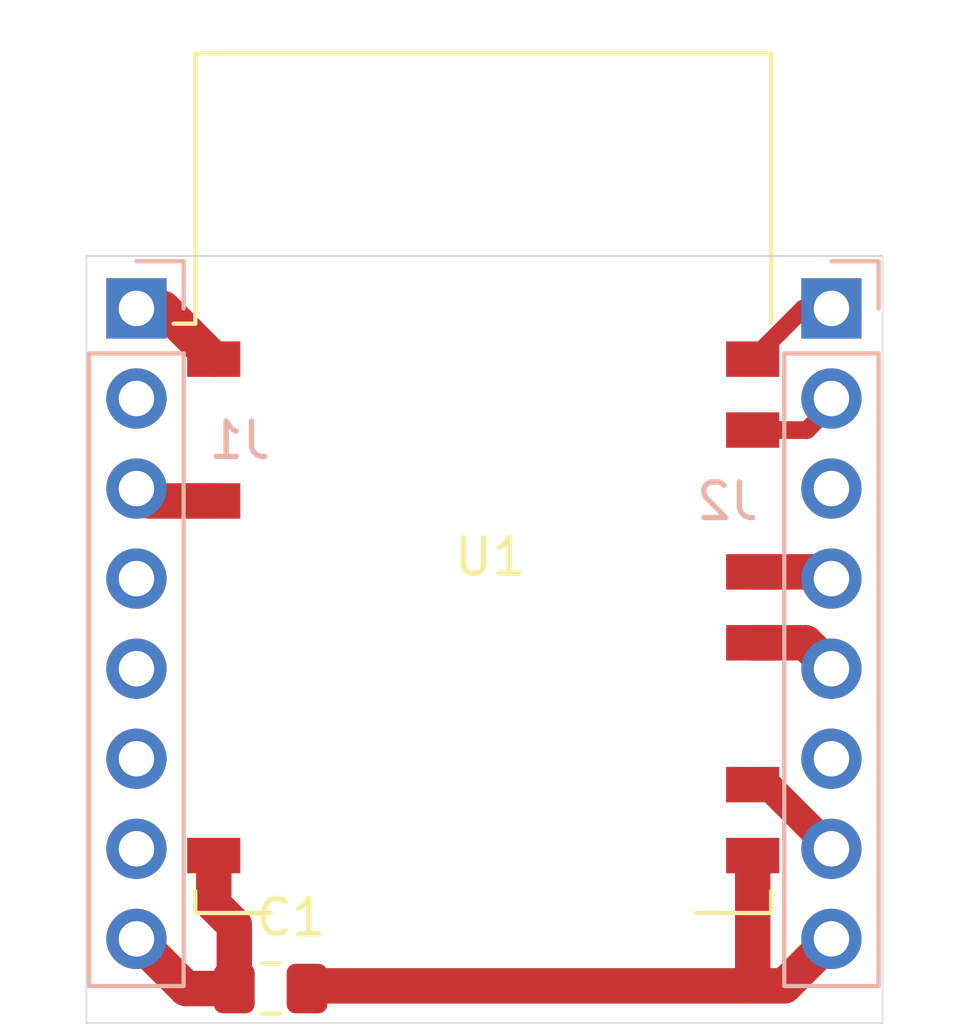
<source format=kicad_pcb>
(kicad_pcb (version 20171130) (host pcbnew 5.1.6-c6e7f7d~86~ubuntu20.04.1)

  (general
    (thickness 1.6)
    (drawings 6)
    (tracks 25)
    (zones 0)
    (modules 4)
    (nets 10)
  )

  (page A4)
  (layers
    (0 F.Cu signal)
    (31 B.Cu signal)
    (32 B.Adhes user)
    (33 F.Adhes user)
    (34 B.Paste user)
    (35 F.Paste user)
    (36 B.SilkS user)
    (37 F.SilkS user)
    (38 B.Mask user)
    (39 F.Mask user)
    (40 Dwgs.User user)
    (41 Cmts.User user)
    (42 Eco1.User user hide)
    (43 Eco2.User user)
    (44 Edge.Cuts user)
    (45 Margin user)
    (46 B.CrtYd user)
    (47 F.CrtYd user)
    (48 B.Fab user)
    (49 F.Fab user)
  )

  (setup
    (last_trace_width 0.5)
    (trace_clearance 0.3)
    (zone_clearance 0.508)
    (zone_45_only no)
    (trace_min 0.2)
    (via_size 0.8)
    (via_drill 0.4)
    (via_min_size 0.4)
    (via_min_drill 0.3)
    (uvia_size 0.3)
    (uvia_drill 0.1)
    (uvias_allowed no)
    (uvia_min_size 0.2)
    (uvia_min_drill 0.1)
    (edge_width 0.05)
    (segment_width 0.2)
    (pcb_text_width 0.3)
    (pcb_text_size 1.5 1.5)
    (mod_edge_width 0.12)
    (mod_text_size 1 1)
    (mod_text_width 0.15)
    (pad_size 1.524 1.524)
    (pad_drill 0.762)
    (pad_to_mask_clearance 0.05)
    (aux_axis_origin 0 0)
    (visible_elements FFFFFF7F)
    (pcbplotparams
      (layerselection 0x01000_7fffffff)
      (usegerberextensions false)
      (usegerberattributes true)
      (usegerberadvancedattributes true)
      (creategerberjobfile true)
      (excludeedgelayer false)
      (linewidth 0.100000)
      (plotframeref false)
      (viasonmask false)
      (mode 1)
      (useauxorigin false)
      (hpglpennumber 1)
      (hpglpenspeed 20)
      (hpglpendiameter 15.000000)
      (psnegative true)
      (psa4output false)
      (plotreference true)
      (plotvalue true)
      (plotinvisibletext false)
      (padsonsilk false)
      (subtractmaskfromsilk false)
      (outputformat 5)
      (mirror true)
      (drillshape 2)
      (scaleselection 1)
      (outputdirectory "print/"))
  )

  (net 0 "")
  (net 1 3v3)
  (net 2 GND)
  (net 3 RST)
  (net 4 EN)
  (net 5 16)
  (net 6 IO1)
  (net 7 IO2)
  (net 8 TX)
  (net 9 RX)

  (net_class Default "This is the default net class."
    (clearance 0.3)
    (trace_width 0.5)
    (via_dia 0.8)
    (via_drill 0.4)
    (uvia_dia 0.3)
    (uvia_drill 0.1)
    (add_net 16)
    (add_net 3v3)
    (add_net EN)
    (add_net GND)
    (add_net IO1)
    (add_net IO2)
    (add_net RST)
    (add_net RX)
    (add_net TX)
  )

  (module mks_wifi:ESP-12E_MKS (layer F.Cu) (tedit 5ED629C6) (tstamp 5ED6881B)
    (at 173.75 54.88)
    (descr "Wi-Fi Module, http://wiki.ai-thinker.com/_media/esp8266/docs/aithinker_esp_12f_datasheet_en.pdf")
    (tags "Wi-Fi Module")
    (path /5ED61A1C)
    (attr smd)
    (fp_text reference U1 (at 0.2 2.08) (layer F.SilkS)
      (effects (font (size 1 1) (thickness 0.15)))
    )
    (fp_text value ESP-12F (at -0.06 -12.78) (layer F.Fab)
      (effects (font (size 1 1) (thickness 0.15)))
    )
    (fp_line (start 5.56 -4.8) (end 8.12 -7.36) (layer Dwgs.User) (width 0.12))
    (fp_line (start 2.56 -4.8) (end 8.12 -10.36) (layer Dwgs.User) (width 0.12))
    (fp_line (start -0.44 -4.8) (end 6.88 -12.12) (layer Dwgs.User) (width 0.12))
    (fp_line (start -3.44 -4.8) (end 3.88 -12.12) (layer Dwgs.User) (width 0.12))
    (fp_line (start -6.44 -4.8) (end 0.88 -12.12) (layer Dwgs.User) (width 0.12))
    (fp_line (start -8.12 -6.12) (end -2.12 -12.12) (layer Dwgs.User) (width 0.12))
    (fp_line (start -8.12 -9.12) (end -5.12 -12.12) (layer Dwgs.User) (width 0.12))
    (fp_line (start -8.12 -4.8) (end -8.12 -12.12) (layer Dwgs.User) (width 0.12))
    (fp_line (start 8.12 -4.8) (end -8.12 -4.8) (layer Dwgs.User) (width 0.12))
    (fp_line (start 8.12 -12.12) (end 8.12 -4.8) (layer Dwgs.User) (width 0.12))
    (fp_line (start -8.12 -12.12) (end 8.12 -12.12) (layer Dwgs.User) (width 0.12))
    (fp_line (start -8.12 -4.5) (end -8.73 -4.5) (layer F.SilkS) (width 0.12))
    (fp_line (start -8.12 -4.5) (end -8.12 -12.12) (layer F.SilkS) (width 0.12))
    (fp_line (start -8.12 12.12) (end -8.12 11.5) (layer F.SilkS) (width 0.12))
    (fp_line (start -6 12.12) (end -8.12 12.12) (layer F.SilkS) (width 0.12))
    (fp_line (start 8.12 12.12) (end 6 12.12) (layer F.SilkS) (width 0.12))
    (fp_line (start 8.12 11.5) (end 8.12 12.12) (layer F.SilkS) (width 0.12))
    (fp_line (start 8.12 -12.12) (end 8.12 -4.5) (layer F.SilkS) (width 0.12))
    (fp_line (start -8.12 -12.12) (end 8.12 -12.12) (layer F.SilkS) (width 0.12))
    (fp_line (start -9.05 13.1) (end -9.05 -12.2) (layer F.CrtYd) (width 0.05))
    (fp_line (start 9.05 13.1) (end -9.05 13.1) (layer F.CrtYd) (width 0.05))
    (fp_line (start 9.05 -12.2) (end 9.05 13.1) (layer F.CrtYd) (width 0.05))
    (fp_line (start -9.05 -12.2) (end 9.05 -12.2) (layer F.CrtYd) (width 0.05))
    (fp_line (start -8 -4) (end -8 -12) (layer F.Fab) (width 0.12))
    (fp_line (start -7.5 -3.5) (end -8 -4) (layer F.Fab) (width 0.12))
    (fp_line (start -8 -3) (end -7.5 -3.5) (layer F.Fab) (width 0.12))
    (fp_line (start -8 12) (end -8 -3) (layer F.Fab) (width 0.12))
    (fp_line (start 8 12) (end -8 12) (layer F.Fab) (width 0.12))
    (fp_line (start 8 -12) (end 8 12) (layer F.Fab) (width 0.12))
    (fp_line (start -8 -12) (end 8 -12) (layer F.Fab) (width 0.12))
    (fp_text user %R (at 0.49 -0.8) (layer F.Fab)
      (effects (font (size 1 1) (thickness 0.15)))
    )
    (fp_text user "KEEP-OUT ZONE" (at 0.03 -9.55 180) (layer Cmts.User)
      (effects (font (size 1 1) (thickness 0.15)))
    )
    (fp_text user Antenna (at -0.06 -7 180) (layer Cmts.User)
      (effects (font (size 1 1) (thickness 0.15)))
    )
    (pad 22 smd rect (at 7.6 -3.5) (size 1.5 1) (layers F.Cu F.Paste F.Mask)
      (net 8 TX))
    (pad 21 smd rect (at 7.6 -1.5) (size 1.5 1) (layers F.Cu F.Paste F.Mask)
      (net 9 RX))
    (pad 19 smd rect (at 7.6 2.5) (size 1.5 1) (layers F.Cu F.Paste F.Mask)
      (net 7 IO2))
    (pad 18 smd rect (at 7.6 4.5) (size 1.5 1) (layers F.Cu F.Paste F.Mask)
      (net 6 IO1))
    (pad 16 smd rect (at 7.6 8.5) (size 1.5 1) (layers F.Cu F.Paste F.Mask)
      (net 5 16))
    (pad 15 smd rect (at 7.6 10.5) (size 1.5 1) (layers F.Cu F.Paste F.Mask)
      (net 2 GND))
    (pad 8 smd rect (at -7.6 10.5) (size 1.5 1) (layers F.Cu F.Paste F.Mask)
      (net 1 3v3))
    (pad 3 smd rect (at -7.6 0.5) (size 1.5 1) (layers F.Cu F.Paste F.Mask)
      (net 4 EN))
    (pad 1 smd rect (at -7.6 -3.5) (size 1.5 1) (layers F.Cu F.Paste F.Mask)
      (net 3 RST))
    (model ${KISYS3DMOD}/RF_Module.3dshapes/ESP-12E.wrl
      (at (xyz 0 0 0))
      (scale (xyz 1 1 1))
      (rotate (xyz 0 0 0))
    )
  )

  (module Capacitor_SMD:C_0805_2012Metric_Pad1.15x1.40mm_HandSolder (layer F.Cu) (tedit 5B36C52B) (tstamp 5ED6758F)
    (at 167.755 69.13)
    (descr "Capacitor SMD 0805 (2012 Metric), square (rectangular) end terminal, IPC_7351 nominal with elongated pad for handsoldering. (Body size source: https://docs.google.com/spreadsheets/d/1BsfQQcO9C6DZCsRaXUlFlo91Tg2WpOkGARC1WS5S8t0/edit?usp=sharing), generated with kicad-footprint-generator")
    (tags "capacitor handsolder")
    (path /5ED65BBB)
    (attr smd)
    (fp_text reference C1 (at 0.575 -2) (layer F.SilkS)
      (effects (font (size 1 1) (thickness 0.15)))
    )
    (fp_text value C_Small (at 2.675 -2.89) (layer F.Fab)
      (effects (font (size 1 1) (thickness 0.15)))
    )
    (fp_line (start 1.85 0.95) (end -1.85 0.95) (layer F.CrtYd) (width 0.05))
    (fp_line (start 1.85 -0.95) (end 1.85 0.95) (layer F.CrtYd) (width 0.05))
    (fp_line (start -1.85 -0.95) (end 1.85 -0.95) (layer F.CrtYd) (width 0.05))
    (fp_line (start -1.85 0.95) (end -1.85 -0.95) (layer F.CrtYd) (width 0.05))
    (fp_line (start -0.261252 0.71) (end 0.261252 0.71) (layer F.SilkS) (width 0.12))
    (fp_line (start -0.261252 -0.71) (end 0.261252 -0.71) (layer F.SilkS) (width 0.12))
    (fp_line (start 1 0.6) (end -1 0.6) (layer F.Fab) (width 0.1))
    (fp_line (start 1 -0.6) (end 1 0.6) (layer F.Fab) (width 0.1))
    (fp_line (start -1 -0.6) (end 1 -0.6) (layer F.Fab) (width 0.1))
    (fp_line (start -1 0.6) (end -1 -0.6) (layer F.Fab) (width 0.1))
    (fp_text user %R (at 0 0) (layer F.Fab)
      (effects (font (size 0.5 0.5) (thickness 0.08)))
    )
    (pad 1 smd roundrect (at -1.025 0) (size 1.15 1.4) (layers F.Cu F.Paste F.Mask) (roundrect_rratio 0.217391)
      (net 1 3v3))
    (pad 2 smd roundrect (at 1.025 0) (size 1.15 1.4) (layers F.Cu F.Paste F.Mask) (roundrect_rratio 0.217391)
      (net 2 GND))
    (model ${KISYS3DMOD}/Capacitor_SMD.3dshapes/C_0805_2012Metric.wrl
      (at (xyz 0 0 0))
      (scale (xyz 1 1 1))
      (rotate (xyz 0 0 0))
    )
  )

  (module Connector_PinHeader_2.54mm:PinHeader_1x08_P2.54mm_Vertical (layer B.Cu) (tedit 59FED5CC) (tstamp 5ED67B75)
    (at 163.97 49.95 180)
    (descr "Through hole straight pin header, 1x08, 2.54mm pitch, single row")
    (tags "Through hole pin header THT 1x08 2.54mm single row")
    (path /5ED62622)
    (fp_text reference J1 (at -2.91 -3.72) (layer B.SilkS)
      (effects (font (size 1 1) (thickness 0.15)) (justify mirror))
    )
    (fp_text value Conn_01x08 (at 3 -8.14 90) (layer B.Fab)
      (effects (font (size 1 1) (thickness 0.15)) (justify mirror))
    )
    (fp_line (start 1.8 1.8) (end -1.8 1.8) (layer B.CrtYd) (width 0.05))
    (fp_line (start 1.8 -19.55) (end 1.8 1.8) (layer B.CrtYd) (width 0.05))
    (fp_line (start -1.8 -19.55) (end 1.8 -19.55) (layer B.CrtYd) (width 0.05))
    (fp_line (start -1.8 1.8) (end -1.8 -19.55) (layer B.CrtYd) (width 0.05))
    (fp_line (start -1.33 1.33) (end 0 1.33) (layer B.SilkS) (width 0.12))
    (fp_line (start -1.33 0) (end -1.33 1.33) (layer B.SilkS) (width 0.12))
    (fp_line (start -1.33 -1.27) (end 1.33 -1.27) (layer B.SilkS) (width 0.12))
    (fp_line (start 1.33 -1.27) (end 1.33 -19.11) (layer B.SilkS) (width 0.12))
    (fp_line (start -1.33 -1.27) (end -1.33 -19.11) (layer B.SilkS) (width 0.12))
    (fp_line (start -1.33 -19.11) (end 1.33 -19.11) (layer B.SilkS) (width 0.12))
    (fp_line (start -1.27 0.635) (end -0.635 1.27) (layer B.Fab) (width 0.1))
    (fp_line (start -1.27 -19.05) (end -1.27 0.635) (layer B.Fab) (width 0.1))
    (fp_line (start 1.27 -19.05) (end -1.27 -19.05) (layer B.Fab) (width 0.1))
    (fp_line (start 1.27 1.27) (end 1.27 -19.05) (layer B.Fab) (width 0.1))
    (fp_line (start -0.635 1.27) (end 1.27 1.27) (layer B.Fab) (width 0.1))
    (fp_text user %R (at 0 -8.89 270) (layer B.Fab)
      (effects (font (size 1 1) (thickness 0.15)) (justify mirror))
    )
    (pad 1 thru_hole rect (at 0 0 180) (size 1.7 1.7) (drill 1) (layers *.Cu *.Mask)
      (net 3 RST))
    (pad 2 thru_hole oval (at 0 -2.54 180) (size 1.7 1.7) (drill 1) (layers *.Cu *.Mask))
    (pad 3 thru_hole oval (at 0 -5.08 180) (size 1.7 1.7) (drill 1) (layers *.Cu *.Mask)
      (net 4 EN))
    (pad 4 thru_hole oval (at 0 -7.62 180) (size 1.7 1.7) (drill 1) (layers *.Cu *.Mask))
    (pad 5 thru_hole oval (at 0 -10.16 180) (size 1.7 1.7) (drill 1) (layers *.Cu *.Mask))
    (pad 6 thru_hole oval (at 0 -12.7 180) (size 1.7 1.7) (drill 1) (layers *.Cu *.Mask))
    (pad 7 thru_hole oval (at 0 -15.24 180) (size 1.7 1.7) (drill 1) (layers *.Cu *.Mask))
    (pad 8 thru_hole oval (at 0 -17.78 180) (size 1.7 1.7) (drill 1) (layers *.Cu *.Mask)
      (net 1 3v3))
    (model ${KISYS3DMOD}/Connector_PinHeader_2.54mm.3dshapes/PinHeader_1x08_P2.54mm_Vertical.wrl
      (at (xyz 0 0 0))
      (scale (xyz 1 1 1))
      (rotate (xyz 0 0 0))
    )
  )

  (module Connector_PinHeader_2.54mm:PinHeader_1x08_P2.54mm_Vertical (layer B.Cu) (tedit 59FED5CC) (tstamp 5ED675C7)
    (at 183.57 49.95 180)
    (descr "Through hole straight pin header, 1x08, 2.54mm pitch, single row")
    (tags "Through hole pin header THT 1x08 2.54mm single row")
    (path /5ED6343A)
    (fp_text reference J2 (at 2.93 -5.44) (layer B.SilkS)
      (effects (font (size 1 1) (thickness 0.15)) (justify mirror))
    )
    (fp_text value Conn_01x08 (at -3.08 -8.31 90) (layer B.Fab)
      (effects (font (size 1 1) (thickness 0.15)) (justify mirror))
    )
    (fp_line (start -0.635 1.27) (end 1.27 1.27) (layer B.Fab) (width 0.1))
    (fp_line (start 1.27 1.27) (end 1.27 -19.05) (layer B.Fab) (width 0.1))
    (fp_line (start 1.27 -19.05) (end -1.27 -19.05) (layer B.Fab) (width 0.1))
    (fp_line (start -1.27 -19.05) (end -1.27 0.635) (layer B.Fab) (width 0.1))
    (fp_line (start -1.27 0.635) (end -0.635 1.27) (layer B.Fab) (width 0.1))
    (fp_line (start -1.33 -19.11) (end 1.33 -19.11) (layer B.SilkS) (width 0.12))
    (fp_line (start -1.33 -1.27) (end -1.33 -19.11) (layer B.SilkS) (width 0.12))
    (fp_line (start 1.33 -1.27) (end 1.33 -19.11) (layer B.SilkS) (width 0.12))
    (fp_line (start -1.33 -1.27) (end 1.33 -1.27) (layer B.SilkS) (width 0.12))
    (fp_line (start -1.33 0) (end -1.33 1.33) (layer B.SilkS) (width 0.12))
    (fp_line (start -1.33 1.33) (end 0 1.33) (layer B.SilkS) (width 0.12))
    (fp_line (start -1.8 1.8) (end -1.8 -19.55) (layer B.CrtYd) (width 0.05))
    (fp_line (start -1.8 -19.55) (end 1.8 -19.55) (layer B.CrtYd) (width 0.05))
    (fp_line (start 1.8 -19.55) (end 1.8 1.8) (layer B.CrtYd) (width 0.05))
    (fp_line (start 1.8 1.8) (end -1.8 1.8) (layer B.CrtYd) (width 0.05))
    (fp_text user %R (at 0 -8.89 270) (layer B.Fab)
      (effects (font (size 1 1) (thickness 0.15)) (justify mirror))
    )
    (pad 8 thru_hole oval (at 0 -17.78 180) (size 1.7 1.7) (drill 1) (layers *.Cu *.Mask)
      (net 2 GND))
    (pad 7 thru_hole oval (at 0 -15.24 180) (size 1.7 1.7) (drill 1) (layers *.Cu *.Mask)
      (net 5 16))
    (pad 6 thru_hole oval (at 0 -12.7 180) (size 1.7 1.7) (drill 1) (layers *.Cu *.Mask))
    (pad 5 thru_hole oval (at 0 -10.16 180) (size 1.7 1.7) (drill 1) (layers *.Cu *.Mask)
      (net 6 IO1))
    (pad 4 thru_hole oval (at 0 -7.62 180) (size 1.7 1.7) (drill 1) (layers *.Cu *.Mask)
      (net 7 IO2))
    (pad 3 thru_hole oval (at 0 -5.08 180) (size 1.7 1.7) (drill 1) (layers *.Cu *.Mask))
    (pad 2 thru_hole oval (at 0 -2.54 180) (size 1.7 1.7) (drill 1) (layers *.Cu *.Mask)
      (net 9 RX))
    (pad 1 thru_hole rect (at 0 0 180) (size 1.7 1.7) (drill 1) (layers *.Cu *.Mask)
      (net 8 TX))
    (model ${KISYS3DMOD}/Connector_PinHeader_2.54mm.3dshapes/PinHeader_1x08_P2.54mm_Vertical.wrl
      (at (xyz 0 0 0))
      (scale (xyz 1 1 1))
      (rotate (xyz 0 0 0))
    )
  )

  (gr_line (start 185.01 70.11) (end 162.56 70.11) (layer Edge.Cuts) (width 0.05) (tstamp 5ED68D97))
  (gr_line (start 185.01 48.47) (end 185.01 70.11) (layer Edge.Cuts) (width 0.05))
  (gr_line (start 162.56 48.47) (end 185.01 48.47) (layer Edge.Cuts) (width 0.05))
  (gr_line (start 162.56 70.11) (end 162.56 48.47) (layer Edge.Cuts) (width 0.05))
  (gr_line (start 183.57 49.95) (end 183.57 52.32) (layer Eco1.User) (width 0.15))
  (gr_line (start 163.97 49.95) (end 163.97 51.4) (layer Eco1.User) (width 0.15))

  (segment (start 166.15 65.38) (end 166.15 66.76) (width 1) (layer F.Cu) (net 1) (status 10))
  (segment (start 166.73 67.34) (end 166.73 69.05499) (width 1) (layer F.Cu) (net 1) (status 20))
  (segment (start 166.15 66.76) (end 166.73 67.34) (width 1) (layer F.Cu) (net 1))
  (segment (start 165.37 69.13) (end 163.97 67.73) (width 1) (layer F.Cu) (net 1) (status 20))
  (segment (start 166.73 69.13) (end 165.37 69.13) (width 1) (layer F.Cu) (net 1) (status 10))
  (segment (start 183.57 67.73) (end 182.24501 69.05499) (width 1) (layer F.Cu) (net 2) (status 10))
  (segment (start 181.35 68.84) (end 181.13501 69.05499) (width 0.5) (layer F.Cu) (net 2))
  (segment (start 181.35 65.38) (end 181.35 68.84) (width 1) (layer F.Cu) (net 2) (status 10))
  (segment (start 181.13501 69.05499) (end 168.78 69.05499) (width 1) (layer F.Cu) (net 2) (status 20))
  (segment (start 182.24501 69.05499) (end 181.13501 69.05499) (width 1) (layer F.Cu) (net 2))
  (segment (start 164.72 49.95) (end 166.15 51.38) (width 1) (layer F.Cu) (net 3) (status 30))
  (segment (start 163.97 49.95) (end 164.72 49.95) (width 0.5) (layer F.Cu) (net 3) (status 30))
  (segment (start 164.32 55.38) (end 163.97 55.03) (width 0.5) (layer F.Cu) (net 4) (status 30))
  (segment (start 166.15 55.38) (end 164.32 55.38) (width 1) (layer F.Cu) (net 4) (status 30))
  (segment (start 181.76 63.38) (end 183.57 65.19) (width 0.8) (layer F.Cu) (net 5) (status 30))
  (segment (start 181.35 63.38) (end 181.76 63.38) (width 0.5) (layer F.Cu) (net 5) (status 30))
  (segment (start 182.84 59.38) (end 183.57 60.11) (width 1) (layer F.Cu) (net 6) (status 20))
  (segment (start 181.35 59.38) (end 182.84 59.38) (width 1) (layer F.Cu) (net 6) (status 10))
  (segment (start 183.38 57.38) (end 183.57 57.57) (width 0.5) (layer F.Cu) (net 7) (status 30))
  (segment (start 181.35 57.38) (end 183.38 57.38) (width 1) (layer F.Cu) (net 7) (status 30))
  (segment (start 182.78 49.95) (end 181.35 51.38) (width 0.5) (layer F.Cu) (net 8))
  (segment (start 183.57 49.95) (end 182.78 49.95) (width 0.5) (layer F.Cu) (net 8))
  (segment (start 181.35 53.38) (end 182.88 53.38) (width 0.5) (layer F.Cu) (net 9))
  (segment (start 183.57 52.69) (end 183.57 52.49) (width 0.5) (layer F.Cu) (net 9))
  (segment (start 182.88 53.38) (end 183.57 52.69) (width 0.5) (layer F.Cu) (net 9))

)

</source>
